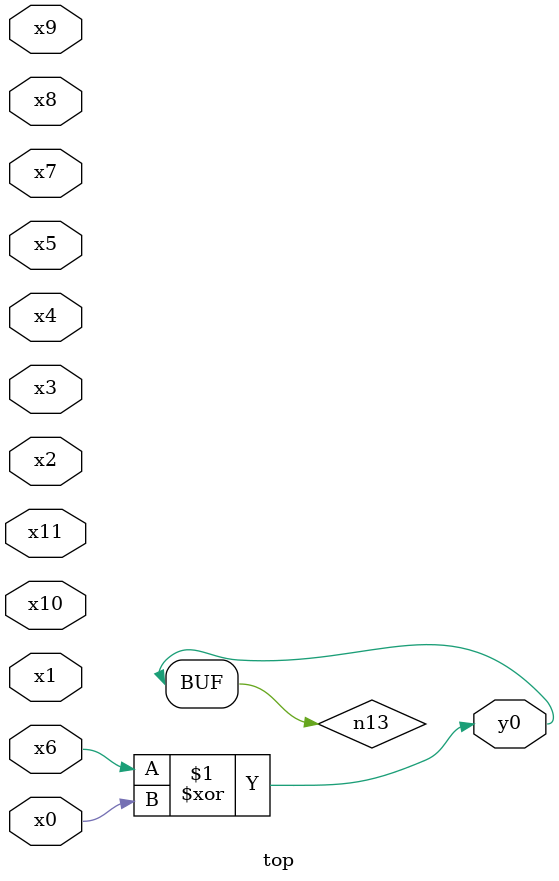
<source format=v>
module top( x0 , x1 , x2 , x3 , x4 , x5 , x6 , x7 , x8 , x9 , x10 , x11 , y0 );
  input x0 , x1 , x2 , x3 , x4 , x5 , x6 , x7 , x8 , x9 , x10 , x11 ;
  output y0 ;
  wire n13 ;
  assign n13 = x6 ^ x0 ;
  assign y0 = n13 ;
endmodule

</source>
